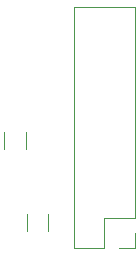
<source format=gbr>
%TF.GenerationSoftware,KiCad,Pcbnew,(6.99.0-1006-g2560c8f31b)*%
%TF.CreationDate,2022-03-06T10:16:36+01:00*%
%TF.ProjectId,freeDSP-aurora-expansion-port-extender,66726565-4453-4502-9d61-75726f72612d,rev?*%
%TF.SameCoordinates,Original*%
%TF.FileFunction,Legend,Bot*%
%TF.FilePolarity,Positive*%
%FSLAX46Y46*%
G04 Gerber Fmt 4.6, Leading zero omitted, Abs format (unit mm)*
G04 Created by KiCad (PCBNEW (6.99.0-1006-g2560c8f31b)) date 2022-03-06 10:16:36*
%MOMM*%
%LPD*%
G01*
G04 APERTURE LIST*
%ADD10C,0.120000*%
G04 APERTURE END LIST*
D10*
%TO.C,C11*%
X152170400Y-95098748D02*
X152170400Y-96521252D01*
X150350400Y-95098748D02*
X150350400Y-96521252D01*
%TO.C,J2*%
X154350000Y-77516200D02*
X159550000Y-77516200D01*
X154350000Y-97956200D02*
X154350000Y-77516200D01*
X154350000Y-97956200D02*
X156950000Y-97956200D01*
X156950000Y-95356200D02*
X159550000Y-95356200D01*
X156950000Y-97956200D02*
X156950000Y-95356200D01*
X158220000Y-97956200D02*
X159550000Y-97956200D01*
X159550000Y-95356200D02*
X159550000Y-77516200D01*
X159550000Y-97956200D02*
X159550000Y-96626200D01*
%TO.C,C22*%
X150265400Y-88142548D02*
X150265400Y-89565052D01*
X148445400Y-88142548D02*
X148445400Y-89565052D01*
%TD*%
M02*

</source>
